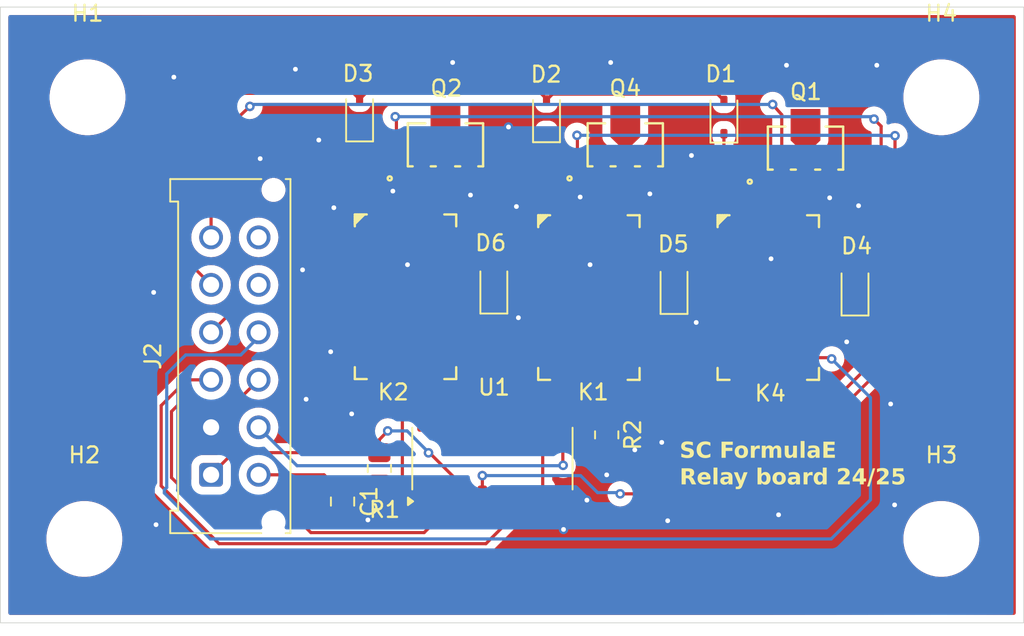
<source format=kicad_pcb>
(kicad_pcb (version 20240108) (generator "pcbnew") (generator_version "8.0")
  (layers (0 "F.Cu" signal) (31 "B.Cu" signal) (34 "B.Paste" user) (35 "F.Paste" user) (36 "B.SilkS" user "B.Silkscreen") (37 "F.SilkS" user "F.Silkscreen") (38 "B.Mask" user) (39 "F.Mask" user) (44 "Edge.Cuts" user))
  (net 0 "")
  (net 1 "BMS Fault")
  (net 2 "+12V")
  (net 3 "IMD Fault")
  (net 4 "Net-(D1-K)")
  (net 5 "Reset")
  (net 6 "Net-(D2-K)")
  (net 7 "Net-(D3-K)")
  (net 8 "GND")
  (net 9 "SDC 2")
  (net 10 "SDC 1")
  (net 11 "BSPD Fault")
  (net 12 "IMD_indicator")
  (net 13 "BMS_indicator")
  (net 14 "Net-(K1-Pad6)")
  (net 15 "Net-(K1-Pad5)")
  (net 16 "/Drain_IMD")
  (net 17 "/Drain_BMS")
  (net 18 "/Drain_BSPD")
  (net 21 "/BMS_relay_drive")
  (net 22 "/IMD_relay_drive")
  (footprint "VN3205N8-G:TO-243AA_MCH" (layer "F.Cu") (at 143.1465 87.7012)
    (property "Reference" "Q2" (at 0.0535 -3.5762 0) (layer "F.SilkS"))
    (property "Value" "VN3205N3-G")
    (fp_poly (pts (xy -0.24 1.2319) (xy -0.24 0.1905) (xy -0.9404 -0.4845) (xy -0.9404 -2.4765) (xy -0.4829 -2.4765) (xy 0.4829 -2.4765) (xy 0.9404 -2.4765) (xy 0.9404 -0.4845) (xy 0.24 0.1905) (xy 0.24 1.2319)) (fill solid) (layer "F.Cu"))
    (fp_line (start -2.3749 -1.3589) (end -2.3749 1.3589) (stroke (width 0.1524)) (layer "F.SilkS"))
    (fp_line (start -2.3749 1.3589) (end -2.07274 1.3589) (stroke (width 0.1524)) (layer "F.SilkS"))
    (fp_line (start -1.27314 -1.3589) (end -2.3749 -1.3589) (stroke (width 0.1524)) (layer "F.SilkS"))
    (fp_line (start -0.92726 1.3589) (end -0.61274 1.3589) (stroke (width 0.1524)) (layer "F.SilkS"))
    (fp_line (start 0.61274 1.3589) (end 0.927259 1.3589) (stroke (width 0.1524)) (layer "F.SilkS"))
    (fp_line (start 2.07274 1.3589) (end 2.3749 1.3589) (stroke (width 0.1524)) (layer "F.SilkS"))
    (fp_line (start 2.3749 -1.3589) (end 1.27314 -1.3589) (stroke (width 0.1524)) (layer "F.SilkS"))
    (fp_line (start 2.3749 1.3589) (end 2.3749 -1.3589) (stroke (width 0.1524)) (layer "F.SilkS"))
    (fp_circle (center -3.5179 2.1209) (end -3.3909 2.1209) (stroke (width 0.1524)) (fill none) (layer "F.SilkS"))
    (pad "1" smd rect (at -1.5 1.6225) (size 0.48 1.4032) (layers "F.Cu" "F.Paste" "F.Mask") (net 21 "/BMS_relay_drive"))
    (pad "2" smd rect (at 0 1.622501) (size 0.56 1.9) (layers "F.Cu" "F.Paste" "F.Mask") (net 17 "/Drain_BMS"))
    (pad "3" smd rect (at 1.5 1.622501) (size 0.48 1.4032) (layers "F.Cu" "F.Paste" "F.Mask") (net 8 "GND"))
  )
  (footprint "Diode_SMD:D_SOD-323" (layer "F.Cu") (at 146.2 96.75 90)
    (property "Reference" "D6" (at 2.85 -0.2 0) (layer "F.SilkS"))
    (property "Value" "1N4148WX-TP")
    (fp_line (start -1.61 -0.85) (end 1.05 -0.85) (stroke (width 0.12)) (layer "F.SilkS"))
    (fp_line (start -1.61 -0.85) (end -1.61 0.85) (stroke (width 0.12)) (layer "F.SilkS"))
    (fp_line (start -1.61 0.85) (end 1.05 0.85) (stroke (width 0.12)) (layer "F.SilkS"))
    (pad "1" smd roundrect (at -1.05 0 90) (size 0.6 0.45) (layers "F.Cu" "F.Paste" "F.Mask") (net 7 "Net-(D3-K)"))
    (pad "2" smd roundrect (at 1.05 0 90) (size 0.6 0.45) (layers "F.Cu" "F.Paste" "F.Mask") (net 17 "/Drain_BMS"))
  )
  (footprint "Diode_SMD:D_SOD-323" (layer "F.Cu") (at 149.525 85.925 90)
    (property "Reference" "D2" (at 2.675 -0.025 0) (layer "F.SilkS"))
    (property "Value" "1N4148WX-TP")
    (fp_line (start -1.61 -0.85) (end 1.05 -0.85) (stroke (width 0.12)) (layer "F.SilkS"))
    (fp_line (start -1.61 -0.85) (end -1.61 0.85) (stroke (width 0.12)) (layer "F.SilkS"))
    (fp_line (start -1.61 0.85) (end 1.05 0.85) (stroke (width 0.12)) (layer "F.SilkS"))
    (pad "1" smd roundrect (at -1.05 0 90) (size 0.6 0.45) (layers "F.Cu" "F.Paste" "F.Mask") (net 6 "Net-(D2-K)"))
    (pad "2" smd roundrect (at 1.05 0 90) (size 0.6 0.45) (layers "F.Cu" "F.Paste" "F.Mask") (net 5 "Reset"))
  )
  (footprint "Relay_SMD:Relay_DPDT_AXICOM_IMSeries_JLeg" (layer "F.Cu") (at 140.625 97.3)
    (property "Reference" "K2" (at -0.775 6.025 0) (layer "F.SilkS"))
    (property "Value" "1462043-4")
    (fp_line (start -3.2 -5.2) (end -3.2 -4.45) (stroke (width 0.15)) (layer "F.SilkS"))
    (fp_line (start -3.2 4.45) (end -3.2 5.2) (stroke (width 0.15)) (layer "F.SilkS"))
    (fp_line (start -3.2 5.2) (end -2.45 5.2) (stroke (width 0.15)) (layer "F.SilkS"))
    (fp_line (start -3.05 -5.2) (end -3.2 -5.05) (stroke (width 0.15)) (layer "F.SilkS"))
    (fp_line (start -2.9 -5.2) (end -3.2 -4.9) (stroke (width 0.15)) (layer "F.SilkS"))
    (fp_line (start -2.75 -5.2) (end -3.2 -4.75) (stroke (width 0.15)) (layer "F.SilkS"))
    (fp_line (start -2.6 -5.2) (end -3.2 -4.6) (stroke (width 0.15)) (layer "F.SilkS"))
    (fp_line (start -2.45 -5.2) (end -3.2 -5.2) (stroke (width 0.15)) (layer "F.SilkS"))
    (fp_line (start 2.45 -5.2) (end 3.2 -5.2) (stroke (width 0.15)) (layer "F.SilkS"))
    (fp_line (start 2.45 5.2) (end 3.2 5.2) (stroke (width 0.15)) (layer "F.SilkS"))
    (fp_line (start 3.2 -5.2) (end 3.2 -4.45) (stroke (width 0.15)) (layer "F.SilkS"))
    (fp_line (start 3.2 4.45) (end 3.2 5.2) (stroke (width 0.15)) (layer "F.SilkS"))
    (pad "1" smd rect (at -2.2 -3.8) (size 2 0.7) (layers "F.Cu" "F.Paste" "F.Mask") (net 7 "Net-(D3-K)"))
    (pad "2" smd rect (at -2.2 -0.6) (size 2 0.7) (layers "F.Cu" "F.Paste" "F.Mask"))
    (pad "3" smd rect (at -2.2 1.6) (size 2 0.7) (layers "F.Cu" "F.Paste" "F.Mask") (net 7 "Net-(D3-K)"))
    (pad "4" smd rect (at -2.2 3.8) (size 2 0.7) (layers "F.Cu" "F.Paste" "F.Mask") (net 2 "+12V"))
    (pad "5" smd rect (at 2.2 3.8) (size 2 0.7) (layers "F.Cu" "F.Paste" "F.Mask") (net 14 "Net-(K1-Pad6)"))
    (pad "6" smd rect (at 2.2 1.6) (size 2 0.7) (layers "F.Cu" "F.Paste" "F.Mask") (net 9 "SDC 2"))
    (pad "7" smd rect (at 2.2 -0.6) (size 2 0.7) (layers "F.Cu" "F.Paste" "F.Mask"))
    (pad "8" smd rect (at 2.2 -3.8) (size 2 0.7) (layers "F.Cu" "F.Paste" "F.Mask") (net 17 "/Drain_BMS"))
  )
  (footprint "MountingHole:MountingHole_4.3mm_M4" (layer "F.Cu") (at 120.55 84.7)
    (property "Reference" "H1" (at 0 -5.3 0) (layer "F.SilkS"))
    (property "Value" "MountingHole")
    (pad "" np_thru_hole circle (at 0 0) (size 4.3 4.3) (drill 4.3) (layers "*.Cu" "*.Mask"))
  )
  (footprint "VN3205N8-G:TO-243AA_MCH" (layer "F.Cu") (at 165.875 87.9091)
    (property "Reference" "Q1" (at 0.025 -3.5591 0) (layer "F.SilkS"))
    (property "Value" "VN3205N3-G")
    (fp_poly (pts (xy -0.24 1.2319) (xy -0.24 0.1905) (xy -0.9404 -0.4845) (xy -0.9404 -2.4765) (xy -0.4829 -2.4765) (xy 0.4829 -2.4765) (xy 0.9404 -2.4765) (xy 0.9404 -0.4845) (xy 0.24 0.1905) (xy 0.24 1.2319)) (fill solid) (layer "F.Cu"))
    (fp_line (start -2.3749 -1.3589) (end -2.3749 1.3589) (stroke (width 0.1524)) (layer "F.SilkS"))
    (fp_line (start -2.3749 1.3589) (end -2.07274 1.3589) (stroke (width 0.1524)) (layer "F.SilkS"))
    (fp_line (start -1.27314 -1.3589) (end -2.3749 -1.3589) (stroke (width 0.1524)) (layer "F.SilkS"))
    (fp_line (start -0.92726 1.3589) (end -0.61274 1.3589) (stroke (width 0.1524)) (layer "F.SilkS"))
    (fp_line (start 0.61274 1.3589) (end 0.927259 1.3589) (stroke (width 0.1524)) (layer "F.SilkS"))
    (fp_line (start 2.07274 1.3589) (end 2.3749 1.3589) (stroke (width 0.1524)) (layer "F.SilkS"))
    (fp_line (start 2.3749 -1.3589) (end 1.27314 -1.3589) (stroke (width 0.1524)) (layer "F.SilkS"))
    (fp_line (start 2.3749 1.3589) (end 2.3749 -1.3589) (stroke (width 0.1524)) (layer "F.SilkS"))
    (fp_circle (center -3.5179 2.1209) (end -3.3909 2.1209) (stroke (width 0.1524)) (fill none) (layer "F.SilkS"))
    (pad "1" smd rect (at -1.5 1.6225) (size 0.48 1.4032) (layers "F.Cu" "F.Paste" "F.Mask") (net 11 "BSPD Fault"))
    (pad "2" smd rect (at 0 1.622501) (size 0.56 1.9) (layers "F.Cu" "F.Paste" "F.Mask") (net 18 "/Drain_BSPD"))
    (pad "3" smd rect (at 1.5 1.622501) (size 0.48 1.4032) (layers "F.Cu" "F.Paste" "F.Mask") (net 8 "GND"))
  )
  (footprint "Diode_SMD:D_SOD-323" (layer "F.Cu") (at 160.725 85.95 90)
    (property "Reference" "D1" (at 2.725 -0.2 0) (layer "F.SilkS"))
    (property "Value" "1N4148WX-TP")
    (fp_line (start -1.61 -0.85) (end 1.05 -0.85) (stroke (width 0.12)) (layer "F.SilkS"))
    (fp_line (start -1.61 -0.85) (end -1.61 0.85) (stroke (width 0.12)) (layer "F.SilkS"))
    (fp_line (start -1.61 0.85) (end 1.05 0.85) (stroke (width 0.12)) (layer "F.SilkS"))
    (pad "1" smd roundrect (at -1.05 0 90) (size 0.6 0.45) (layers "F.Cu" "F.Paste" "F.Mask") (net 4 "Net-(D1-K)"))
    (pad "2" smd roundrect (at 1.05 0 90) (size 0.6 0.45) (layers "F.Cu" "F.Paste" "F.Mask") (net 5 "Reset"))
  )
  (footprint "VN3205N8-G:TO-243AA_MCH" (layer "F.Cu") (at 154.4965 87.7012)
    (property "Reference" "Q4" (at 0 -3.5762 0) (layer "F.SilkS"))
    (property "Value" "VN3205N3-G")
    (fp_poly (pts (xy -0.24 1.2319) (xy -0.24 0.1905) (xy -0.9404 -0.4845) (xy -0.9404 -2.4765) (xy -0.4829 -2.4765) (xy 0.4829 -2.4765) (xy 0.9404 -2.4765) (xy 0.9404 -0.4845) (xy 0.24 0.1905) (xy 0.24 1.2319)) (fill solid) (layer "F.Cu"))
    (fp_line (start -2.3749 -1.3589) (end -2.3749 1.3589) (stroke (width 0.1524)) (layer "F.SilkS"))
    (fp_line (start -2.3749 1.3589) (end -2.07274 1.3589) (stroke (width 0.1524)) (layer "F.SilkS"))
    (fp_line (start -1.27314 -1.3589) (end -2.3749 -1.3589) (stroke (width 0.1524)) (layer "F.SilkS"))
    (fp_line (start -0.92726 1.3589) (end -0.61274 1.3589) (stroke (width 0.1524)) (layer "F.SilkS"))
    (fp_line (start 0.61274 1.3589) (end 0.927259 1.3589) (stroke (width 0.1524)) (layer "F.SilkS"))
    (fp_line (start 2.07274 1.3589) (end 2.3749 1.3589) (stroke (width 0.1524)) (layer "F.SilkS"))
    (fp_line (start 2.3749 -1.3589) (end 1.27314 -1.3589) (stroke (width 0.1524)) (layer "F.SilkS"))
    (fp_line (start 2.3749 1.3589) (end 2.3749 -1.3589) (stroke (width 0.1524)) (layer "F.SilkS"))
    (fp_circle (center -3.5179 2.1209) (end -3.3909 2.1209) (stroke (width 0.1524)) (fill none) (layer "F.SilkS"))
    (pad "1" smd rect (at -1.5 1.6225) (size 0.48 1.4032) (layers "F.Cu" "F.Paste" "F.Mask") (net 22 "/IMD_relay_drive"))
    (pad "2" smd rect (at 0 1.622501) (size 0.56 1.9) (layers "F.Cu" "F.Paste" "F.Mask") (net 16 "/Drain_IMD"))
    (pad "3" smd rect (at 1.5 1.622501) (size 0.48 1.4032) (layers "F.Cu" "F.Paste" "F.Mask") (net 8 "GND"))
  )
  (footprint "Resistor_SMD:R_0805_2012Metric_Pad1.20x1.40mm_HandSolder" (layer "F.Cu") (at 153.325 106.025 -90)
    (property "Reference" "R2" (at 0 -1.65 90) (layer "F.SilkS"))
    (property "Value" "10k")
    (fp_line (start -0.227064 0.735) (end 0.227064 0.735) (stroke (width 0.12)) (layer "F.SilkS"))
    (fp_line (start -0.227064 -0.735) (end 0.227064 -0.735) (stroke (width 0.12)) (layer "F.SilkS"))
    (pad "1" smd roundrect (at -1 0 270) (size 1.2 1.4) (layers "F.Cu" "F.Paste" "F.Mask") (roundrect_rratio 0.208333) (net 1 "BMS Fault"))
    (pad "2" smd roundrect (at 1 0 270) (size 1.2 1.4) (layers "F.Cu" "F.Paste" "F.Mask") (roundrect_rratio 0.208333) (net 8 "GND"))
  )
  (footprint "Relay_SMD:Relay_DPDT_AXICOM_IMSeries_JLeg" (layer "F.Cu") (at 163.525 97.35)
    (property "Reference" "K4" (at 0.125 6.05 0) (layer "F.SilkS"))
    (property "Value" "1462043-4")
    (fp_line (start -3.2 -5.2) (end -3.2 -4.45) (stroke (width 0.15)) (layer "F.SilkS"))
    (fp_line (start -3.2 4.45) (end -3.2 5.2) (stroke (width 0.15)) (layer "F.SilkS"))
    (fp_line (start -3.2 5.2) (end -2.45 5.2) (stroke (width 0.15)) (layer "F.SilkS"))
    (fp_line (start -3.05 -5.2) (end -3.2 -5.05) (stroke (width 0.15)) (layer "F.SilkS"))
    (fp_line (start -2.9 -5.2) (end -3.2 -4.9) (stroke (width 0.15)) (layer "F.SilkS"))
    (fp_line (start -2.75 -5.2) (end -3.2 -4.75) (stroke (width 0.15)) (layer "F.SilkS"))
    (fp_line (start -2.6 -5.2) (end -3.2 -4.6) (stroke (width 0.15)) (layer "F.SilkS"))
    (fp_line (start -2.45 -5.2) (end -3.2 -5.2) (stroke (width 0.15)) (layer "F.SilkS"))
    (fp_line (start 2.45 -5.2) (end 3.2 -5.2) (stroke (width 0.15)) (layer "F.SilkS"))
    (fp_line (start 2.45 5.2) (end 3.2 5.2) (stroke (width 0.15)) (layer "F.SilkS"))
    (fp_line (start 3.2 -5.2) (end 3.2 -4.45) (stroke (width 0.15)) (layer "F.SilkS"))
    (fp_line (start 3.2 4.45) (end 3.2 5.2) (stroke (width 0.15)) (layer "F.SilkS"))
    (pad "1" smd rect (at -2.2 -3.8) (size 2 0.7) (layers "F.Cu" "F.Paste" "F.Mask") (net 4 "Net-(D1-K)"))
    (pad "2" smd rect (at -2.2 -0.6) (size 2 0.7) (layers "F.Cu" "F.Paste" "F.Mask"))
    (pad "3" smd rect (at -2.2 1.6) (size 2 0.7) (layers "F.Cu" "F.Paste" "F.Mask") (net 4 "Net-(D1-K)"))
    (pad "4" smd rect (at -2.2 3.8) (size 2 0.7) (layers "F.Cu" "F.Paste" "F.Mask") (net 2 "+12V"))
    (pad "5" smd rect (at 2.2 3.8) (size 2 0.7) (layers "F.Cu" "F.Paste" "F.Mask") (net 10 "SDC 1"))
    (pad "6" smd rect (at 2.2 1.6) (size 2 0.7) (layers "F.Cu" "F.Paste" "F.Mask") (net 15 "Net-(K1-Pad5)"))
    (pad "7" smd rect (at 2.2 -0.6) (size 2 0.7) (layers "F.Cu" "F.Paste" "F.Mask"))
    (pad "8" smd rect (at 2.2 -3.8) (size 2 0.7) (layers "F.Cu" "F.Paste" "F.Mask") (net 18 "/Drain_BSPD"))
  )
  (footprint "Package_SO:SO-16_3.9x9.9mm_P1.27mm" (layer "F.Cu") (at 146.11 107.525 90)
    (property "Reference" "U1" (at 4.5 0.1 0) (layer "F.SilkS"))
    (property "Value" "HEF4049B")
    (fp_line (start 0 -5.06) (end 1.95 -5.06) (stroke (width 0.12)) (layer "F.SilkS"))
    (fp_line (start 0 -5.06) (end -1.95 -5.06) (stroke (width 0.12)) (layer "F.SilkS"))
    (fp_line (start 0 5.06) (end 1.95 5.06) (stroke (width 0.12)) (layer "F.SilkS"))
    (fp_line (start 0 5.06) (end -1.95 5.06) (stroke (width 0.12)) (layer "F.SilkS"))
    (fp_poly (pts (xy -2.7 -5.005) (xy -2.94 -5.335) (xy -2.46 -5.335) (xy -2.7 -5.005)) (stroke (width 0.12)) (fill solid) (layer "F.SilkS"))
    (pad "1" smd roundrect (at -2.575 -4.445 90) (size 1.75 0.6) (layers "F.Cu" "F.Paste" "F.Mask") (net 2 "+12V"))
    (pad "2" smd roundrect (at -2.575 -3.175 90) (size 1.75 0.6) (layers "F.Cu" "F.Paste" "F.Mask") (net 12 "IMD_indicator"))
    (pad "3" smd roundrect (at -2.575 -1.905 90) (size 1.75 0.6) (layers "F.Cu" "F.Paste" "F.Mask") (net 3 "IMD Fault"))
    (pad "4" smd roundrect (at -2.575 -0.635 90) (size 1.75 0.6) (layers "F.Cu" "F.Paste" "F.Mask") (net 22 "/IMD_relay_drive"))
    (pad "5" smd roundrect (at -2.575 0.635 90) (size 1.75 0.6) (layers "F.Cu" "F.Paste" "F.Mask") (net 12 "IMD_indicator"))
    (pad "6" smd roundrect (at -2.575 1.905 90) (size 1.75 0.6) (layers "F.Cu" "F.Paste" "F.Mask") (net 13 "BMS_indicator"))
    (pad "7" smd roundrect (at -2.575 3.175 90) (size 1.75 0.6) (layers "F.Cu" "F.Paste" "F.Mask") (net 21 "/BMS_relay_drive"))
    (pad "8" smd roundrect (at -2.575 4.445 90) (size 1.75 0.6) (layers "F.Cu" "F.Paste" "F.Mask") (net 8 "GND"))
    (pad "9" smd roundrect (at 2.575 4.445 90) (size 1.75 0.6) (layers "F.Cu" "F.Paste" "F.Mask") (net 1 "BMS Fault"))
    (pad "10" smd roundrect (at 2.575 3.175 90) (size 1.75 0.6) (layers "F.Cu" "F.Paste" "F.Mask") (net 21 "/BMS_relay_drive"))
    (pad "11" smd roundrect (at 2.575 1.905 90) (size 1.75 0.6) (layers "F.Cu" "F.Paste" "F.Mask"))
    (pad "12" smd roundrect (at 2.575 0.635 90) (size 1.75 0.6) (layers "F.Cu" "F.Paste" "F.Mask"))
    (pad "13" smd roundrect (at 2.575 -0.635 90) (size 1.75 0.6) (layers "F.Cu" "F.Paste" "F.Mask"))
    (pad "14" smd roundrect (at 2.575 -1.905 90) (size 1.75 0.6) (layers "F.Cu" "F.Paste" "F.Mask"))
    (pad "15" smd roundrect (at 2.575 -3.175 90) (size 1.75 0.6) (layers "F.Cu" "F.Paste" "F.Mask"))
    (pad "16" smd roundrect (at 2.575 -4.445 90) (size 1.75 0.6) (layers "F.Cu" "F.Paste" "F.Mask"))
  )
  (footprint "Diode_SMD:D_SOD-323" (layer "F.Cu") (at 137.725 85.875 90)
    (property "Reference" "D3" (at 2.675 -0.1 0) (layer "F.SilkS"))
    (property "Value" "1N4148WX-TP")
    (fp_line (start -1.61 -0.85) (end 1.05 -0.85) (stroke (width 0.12)) (layer "F.SilkS"))
    (fp_line (start -1.61 -0.85) (end -1.61 0.85) (stroke (width 0.12)) (layer "F.SilkS"))
    (fp_line (start -1.61 0.85) (end 1.05 0.85) (stroke (width 0.12)) (layer "F.SilkS"))
    (pad "1" smd roundrect (at -1.05 0 90) (size 0.6 0.45) (layers "F.Cu" "F.Paste" "F.Mask") (net 7 "Net-(D3-K)"))
    (pad "2" smd roundrect (at 1.05 0 90) (size 0.6 0.45) (layers "F.Cu" "F.Paste" "F.Mask") (net 5 "Reset"))
  )
  (footprint "Diode_SMD:D_SOD-323" (layer "F.Cu") (at 169 96.875 90)
    (property "Reference" "D4" (at 2.775 0.1 0) (layer "F.SilkS"))
    (property "Value" "1N4148WX-TP")
    (fp_line (start -1.61 -0.85) (end 1.05 -0.85) (stroke (width 0.12)) (layer "F.SilkS"))
    (fp_line (start -1.61 -0.85) (end -1.61 0.85) (stroke (width 0.12)) (layer "F.SilkS"))
    (fp_line (start -1.61 0.85) (end 1.05 0.85) (stroke (width 0.12)) (layer "F.SilkS"))
    (pad "1" smd roundrect (at -1.05 0 90) (size 0.6 0.45) (layers "F.Cu" "F.Paste" "F.Mask") (net 4 "Net-(D1-K)"))
    (pad "2" smd roundrect (at 1.05 0 90) (size 0.6 0.45) (layers "F.Cu" "F.Paste" "F.Mask") (net 18 "/Drain_BSPD"))
  )
  (footprint "MountingHole:MountingHole_4.3mm_M4" (layer "F.Cu") (at 174.45 112.6)
    (property "Reference" "H3" (at 0 -5.3 0) (layer "F.SilkS"))
    (property "Value" "MountingHole")
    (pad "" np_thru_hole circle (at 0 0) (size 4.3 4.3) (drill 4.3) (layers "*.Cu" "*.Mask"))
  )
  (footprint "Connector_Molex:Molex_Micro-Fit_3.0_43045-1212_2x06_P3.00mm_Vertical" (layer "F.Cu") (at 128.35 108.55 90)
    (property "Reference" "J2" (at 7.5 -3.67 -90) (layer "F.SilkS"))
    (property "Value" "043045-1212")
    (fp_line (start 18.685 -2.58) (end 18.685 3.17) (stroke (width 0.12)) (layer "F.SilkS"))
    (fp_line (start 17.265 -2.58) (end 18.685 -2.58) (stroke (width 0.12)) (layer "F.SilkS"))
    (fp_line (start -2.265 -2.58) (end -2.265 -2.08) (stroke (width 0.12)) (layer "F.SilkS"))
    (fp_line (start -3.685 -2.58) (end -2.265 -2.58) (stroke (width 0.12)) (layer "F.SilkS"))
    (fp_line (start 17.265 -2.08) (end 17.265 -2.58) (stroke (width 0.12)) (layer "F.SilkS"))
    (fp_line (start -2.265 -2.08) (end 17.265 -2.08) (stroke (width 0.12)) (layer "F.SilkS"))
    (fp_line (start -3.685 3.17) (end -3.685 -2.58) (stroke (width 0.12)) (layer "F.SilkS"))
    (fp_line (start -3.685 4.71) (end -3.685 5.01) (stroke (width 0.12)) (layer "F.SilkS"))
    (fp_line (start 18.685 5.01) (end 18.685 4.71) (stroke (width 0.12)) (layer "F.SilkS"))
    (fp_line (start -3.685 5.01) (end 18.685 5.01) (stroke (width 0.12)) (layer "F.SilkS"))
    (pad "" np_thru_hole circle (at -3 3.94 90) (size 1.02 1.02) (drill 1.02) (layers "*.Cu" "*.Mask"))
    (pad "" np_thru_hole circle (at 18 3.94 90) (size 1.02 1.02) (drill 1.02) (layers "*.Cu" "*.Mask"))
    (pad "1" thru_hole roundrect (at 0 0 90) (size 1.5 1.5) (drill 1.02) (layers "*.Cu" "*.Mask") (roundrect_rratio 0.166667) (net 3 "IMD Fault"))
    (pad "2" thru_hole circle (at 3 0 90) (size 1.5 1.5) (drill 1.02) (layers "*.Cu" "*.Mask") (net 8 "GND"))
    (pad "3" thru_hole circle (at 6 0 90) (size 1.5 1.5) (drill 1.02) (layers "*.Cu" "*.Mask") (net 13 "BMS_indicator"))
    (pad "4" thru_hole circle (at 9 0 90) (size 1.5 1.5) (drill 1.02) (layers "*.Cu" "*.Mask") (net 9 "SDC 2"))
    (pad "5" thru_hole circle (at 12 0 90) (size 1.5 1.5) (drill 1.02) (layers "*.Cu" "*.Mask") (net 5 "Reset"))
    (pad "6" thru_hole circle (at 15 0 90) (size 1.5 1.5) (drill 1.02) (layers "*.Cu" "*.Mask") (net 11 "BSPD Fault"))
    (pad "7" thru_hole circle (at 0 3 90) (size 1.5 1.5) (drill 1.02) (layers "*.Cu" "*.Mask") (net 2 "+12V"))
    (pad "8" thru_hole circle (at 3 3 90) (size 1.5 1.5) (drill 1.02) (layers "*.Cu" "*.Mask") (net 1 "BMS Fault"))
    (pad "9" thru_hole circle (at 6 3 90) (size 1.5 1.5) (drill 1.02) (layers "*.Cu" "*.Mask") (net 12 "IMD_indicator"))
    (pad "10" thru_hole circle (at 9 3 90) (size 1.5 1.5) (drill 1.02) (layers "*.Cu" "*.Mask") (net 10 "SDC 1"))
    (pad "11" thru_hole circle (at 12 3 90) (size 1.5 1.5) (drill 1.02) (layers "*.Cu" "*.Mask"))
    (pad "12" thru_hole circle (at 15 3 90) (size 1.5 1.5) (drill 1.02) (layers "*.Cu" "*.Mask"))
  )
  (footprint "MountingHole:MountingHole_4.3mm_M4" (layer "F.Cu") (at 174.45 84.7)
    (property "Reference" "H4" (at 0 -5.3 0) (layer "F.SilkS"))
    (property "Value" "MountingHole")
    (pad "" np_thru_hole circle (at 0 0) (size 4.3 4.3) (drill 4.3) (layers "*.Cu" "*.Mask"))
  )
  (footprint "MountingHole:MountingHole_4.3mm_M4" (layer "F.Cu") (at 120.35 112.6)
    (property "Reference" "H2" (at 0 -5.3 0) (layer "F.SilkS"))
    (property "Value" "MountingHole")
    (pad "" np_thru_hole circle (at 0 0) (size 4.3 4.3) (drill 4.3) (layers "*.Cu" "*.Mask"))
  )
  (footprint "Diode_SMD:D_SOD-323" (layer "F.Cu") (at 157.575 96.775 90)
    (property "Reference" "D5" (at 2.8 -0.05 0) (layer "F.SilkS"))
    (property "Value" "1N4148WX-TP")
    (fp_line (start -1.61 -0.85) (end 1.05 -0.85) (stroke (width 0.12)) (layer "F.SilkS"))
    (fp_line (start -1.61 -0.85) (end -1.61 0.85) (stroke (width 0.12)) (layer "F.SilkS"))
    (fp_line (start -1.61 0.85) (end 1.05 0.85) (stroke (width 0.12)) (layer "F.SilkS"))
    (pad "1" smd roundrect (at -1.05 0 90) (size 0.6 0.45) (layers "F.Cu" "F.Paste" "F.Mask") (net 6 "Net-(D2-K)"))
    (pad "2" smd roundrect (at 1.05 0 90) (size 0.6 0.45) (layers "F.Cu" "F.Paste" "F.Mask") (net 16 "/Drain_IMD"))
  )
  (footprint "Capacitor_SMD:C_0805_2012Metric_Pad1.18x1.45mm_HandSolder" (layer "F.Cu") (at 136.65 110.2375 -90)
    (property "Reference" "C1" (at 0 -1.68 -90) (layer "F.SilkS"))
    (property "Value" "1uF")
    (fp_line (start -0.261252 0.735) (end 0.261252 0.735) (stroke (width 0.12)) (layer "F.SilkS"))
    (fp_line (start -0.261252 -0.735) (end 0.261252 -0.735) (stroke (width 0.12)) (layer "F.SilkS"))
    (pad "1" smd roundrect (at -1.0375 0 270) (size 1.175 1.45) (layers "F.Cu" "F.Paste" "F.Mask") (roundrect_rratio 0.212766) (net 2 "+12V"))
    (pad "2" smd roundrect (at 1.0375 0 270) (size 1.175 1.45) (layers "F.Cu" "F.Paste" "F.Mask") (roundrect_rratio 0.212766) (net 8 "GND"))
  )
  (footprint "Relay_SMD:Relay_DPDT_AXICOM_IMSeries_JLeg" (layer "F.Cu") (at 152.2 97.35)
    (property "Reference" "K1" (at 0.275 5.975 0) (layer "F.SilkS"))
    (property "Value" "1462043-4")
    (fp_line (start -3.2 -5.2) (end -3.2 -4.45) (stroke (width 0.15)) (layer "F.SilkS"))
    (fp_line (start -3.2 4.45) (end -3.2 5.2) (stroke (width 0.15)) (layer "F.SilkS"))
    (fp_line (start -3.2 5.2) (end -2.45 5.2) (stroke (width 0.15)) (layer "F.SilkS"))
    (fp_line (start -3.05 -5.2) (end -3.2 -5.05) (stroke (width 0.15)) (layer "F.SilkS"))
    (fp_line (start -2.9 -5.2) (end -3.2 -4.9) (stroke (width 0.15)) (layer "F.SilkS"))
    (fp_line (start -2.75 -5.2) (end -3.2 -4.75) (stroke (width 0.15)) (layer "F.SilkS"))
    (fp_line (start -2.6 -5.2) (end -3.2 -4.6) (stroke (width 0.15)) (layer "F.SilkS"))
    (fp_line (start -2.45 -5.2) (end -3.2 -5.2) (stroke (width 0.15)) (layer "F.SilkS"))
    (fp_line (start 2.45 -5.2) (end 3.2 -5.2) (stroke (width 0.15)) (layer "F.SilkS"))
    (fp_line (start 2.45 5.2) (end 3.2 5.2) (stroke (width 0.15)) (layer "F.SilkS"))
    (fp_line (start 3.2 -5.2) (end 3.2 -4.45) (stroke (width 0.15)) (layer "F.SilkS"))
    (fp_line (start 3.2 4.45) (end 3.2 5.2) (stroke (width 0.15)) (layer "F.SilkS"))
    (pad "1" smd rect (at -2.2 -3.8) (size 2 0.7) (layers "F.Cu" "F.Paste" "F.Mask") (net 6 "Net-(D2-K)"))
    (pad "2" smd rect (at -2.2 -0.6) (size 2 0.7) (layers "F.Cu" "F.Paste" "F.Mask"))
    (pad "3" smd rect (at -2.2 1.6) (size 2 0.7) (layers "F.Cu" "F.Paste" "F.Mask") (net 6 "Net-(D2-K)"))
    (pad "4" smd rect (at -2.2 3.8) (size 2 0.7) (layers "F.Cu" "F.Paste" "F.Mask") (net 2 "+12V"))
    (pad "5" smd rect (at 2.2 3.8) (size 2 0.7) (layers "F.Cu" "F.Paste" "F.Mask") (net 15 "Net-(K1-Pad5)"))
    (pad "6" smd rect (at 2.2 1.6) (size 2 0.7) (layers "F.Cu" "F.Paste" "F.Mask") (net 14 "Net-(K1-Pad6)"))
    (pad "7" smd rect (at 2.2 -0.6) (size 2 0.7) (layers "F.Cu" "F.Paste" "F.Mask"))
    (pad "8" smd rect (at 2.2 -3.8) (size 2 0.7) (layers "F.Cu" "F.Paste" "F.Mask") (net 16 "/Drain_IMD"))
  )
  (footprint "Resistor_SMD:R_0805_2012Metric_Pad1.20x1.40mm_HandSolder" (layer "F.Cu") (at 138.975 108.15 -90)
    (property "Reference" "R1" (at 2.6 -0.325 180) (layer "F.SilkS"))
    (property "Value" "10k")
    (fp_line (start -0.227064 0.735) (end 0.227064 0.735) (stroke (width 0.12)) (layer "F.SilkS"))
    (fp_line (start -0.227064 -0.735) (end 0.227064 -0.735) (stroke (width 0.12)) (layer "F.SilkS"))
    (pad "1" smd roundrect (at -1 0 270) (size 1.2 1.4) (layers "F.Cu" "F.Paste" "F.Mask") (roundrect_rratio 0.208333) (net 3 "IMD Fault"))
    (pad "2" smd roundrect (at 1 0 270) (size 1.2 1.4) (layers "F.Cu" "F.Paste" "F.Mask") (roundrect_rratio 0.208333) (net 2 "+12V"))
  )
  (gr_rect (start 115.05 79) (end 179.65 117.9) (stroke (width 0.05)) (fill none) (layer "Edge.Cuts"))
  (gr_text "SC FormulaE\nRelay board 24/25" (at 157.925 109.325 0) (layer "F.SilkS") (effects (font (size 1 1) (thickness 0.2) (bold yes)) (justify left bottom)))
  (segment (start 150.755 105.15) (end 150.555 104.95) (width 0.2) (layer "F.Cu") (net 1))
  (segment (start 153.325 105.025) (end 151.2775 105.025) (width 0.2) (layer "F.Cu") (net 1))
  (segment (start 150.555 104.95) (end 150.555 107.93) (width 0.2) (layer "F.Cu") (net 1))
  (segment (start 150.555 107.93) (end 150.575 107.95) (width 0.2) (layer "F.Cu") (net 1))
  (segment (start 151.2775 105.025) (end 151.2025 104.95) (width 0.2) (layer "F.Cu") (net 1))
  (segment (start 151.2025 104.95) (end 150.555 104.95) (width 0.2) (layer "F.Cu") (net 1))
  (via (at 150.575 107.95) (size 0.6) (drill 0.3) (layers "F.Cu" "B.Cu") (net 1))
  (segment (start 131.35 105.55) (end 133.775 107.975) (width 0.2) (layer "B.Cu") (net 1))
  (segment (start 150.525 107.975) (end 150.5 107.975) (width 0.2) (layer "B.Cu") (net 1))
  (segment (start 150.575 107.95) (end 150.525 107.975) (width 0.2) (layer "B.Cu") (net 1))
  (segment (start 150.475 107.975) (end 150.575 107.95) (width 0.2) (layer "B.Cu") (net 1))
  (segment (start 133.775 107.975) (end 150.475 107.975) (width 0.2) (layer "B.Cu") (net 1))
  (segment (start 149.95 101.15) (end 148 103.1) (width 0.2) (layer "F.Cu") (net 2))
  (segment (start 161.325 101.15) (end 159.275 103.2) (width 0.2) (layer "F.Cu") (net 2))
  (segment (start 136.1325 109.2) (end 136.125 109.1925) (width 0.2) (layer "F.Cu") (net 2))
  (segment (start 140.425 109.15) (end 140.715 109.15) (width 0.2) (layer "F.Cu") (net 2))
  (segment (start 138.975 109.15) (end 140.425 109.15) (width 0.2) (layer "F.Cu") (net 2))
  (segment (start 131.35 108.55) (end 135.4825 108.55) (width 0.2) (layer "F.Cu") (net 2))
  (segment (start 140.715 109.15) (end 141.665 110.1) (width 0.2) (layer "F.Cu") (net 2))
  (segment (start 140.425 109.15) (end 140.425 103.1) (width 0.2) (layer "F.Cu") (net 2))
  (segment (start 159.275 103.2) (end 152.05 103.2) (width 0.2) (layer "F.Cu") (net 2))
  (segment (start 148 103.1) (end 140.425 103.1) (width 0.2) (layer "F.Cu") (net 2))
  (segment (start 137.075 109.2) (end 136.1325 109.2) (width 0.2) (layer "F.Cu") (net 2))
  (segment (start 140.425 103.1) (end 138.425 101.1) (width 0.2) (layer "F.Cu") (net 2))
  (segment (start 138.925 109.2) (end 138.975 109.15) (width 0.2) (layer "F.Cu") (net 2))
  (segment (start 135.4825 108.55) (end 136.125 109.1925) (width 0.2) (layer "F.Cu") (net 2))
  (segment (start 137.075 109.2) (end 138.925 109.2) (width 0.2) (layer "F.Cu") (net 2))
  (segment (start 152.05 103.2) (end 150 101.15) (width 0.2) (layer "F.Cu") (net 2))
  (segment (start 150 101.15) (end 149.95 101.15) (width 0.2) (layer "F.Cu") (net 2))
  (segment (start 144.205 109.225001) (end 144.205 110.1) (width 0.2) (layer "F.Cu") (net 3))
  (segment (start 129.75 107.15) (end 138.975 107.15) (width 0.2) (layer "F.Cu") (net 3))
  (segment (start 138.975 106.325) (end 139.5 105.775) (width 0.2) (layer "F.Cu") (net 3))
  (segment (start 142.075 107.159211) (end 142.13921 107.159211) (width 0.2) (layer "F.Cu") (net 3))
  (segment (start 138.975 107.15) (end 138.975 106.325) (width 0.2) (layer "F.Cu") (net 3))
  (segment (start 128.35 108.55) (end 129.75 107.15) (width 0.2) (layer "F.Cu") (net 3))
  (segment (start 142.13921 107.159211) (end 144.205 109.225001) (width 0.2) (layer "F.Cu") (net 3))
  (via (at 142.075 107.159211) (size 0.6) (drill 0.3) (layers "F.Cu" "B.Cu") (net 3))
  (via (at 139.5 105.775) (size 0.6) (drill 0.3) (layers "F.Cu" "B.Cu") (net 3))
  (segment (start 142.075 107.159211) (end 142.075 107.125) (width 0.2) (layer "B.Cu") (net 3))
  (segment (start 142.075 107.125) (end 140.725 105.775) (width 0.2) (layer "B.Cu") (net 3))
  (segment (start 140.725 105.775) (end 139.5 105.775) (width 0.2) (layer "B.Cu") (net 3))
  (segment (start 160.725 90.575) (end 161.375 91.225) (width 0.2) (layer "F.Cu") (net 4))
  (segment (start 161.375 93.75) (end 159.675 95.45) (width 0.2) (layer "F.Cu") (net 4))
  (segment (start 162.6 97.925) (end 169 97.925) (width 0.2) (layer "F.Cu") (net 4))
  (segment (start 160.725 87) (end 160.725 90.575) (width 0.2) (layer "F.Cu") (net 4))
  (segment (start 159.675 97.55) (end 161.325 99.2) (width 0.2) (layer "F.Cu") (net 4))
  (segment (start 159.675 95.45) (end 159.675 97.55) (width 0.2) (layer "F.Cu") (net 4))
  (segment (start 161.375 91.225) (end 161.375 93.75) (width 0.2) (layer "F.Cu") (net 4))
  (segment (start 161.325 99.2) (end 162.6 97.925) (width 0.2) (layer "F.Cu") (net 4))
  (segment (start 149.525 84.875) (end 149.525 84.8) (width 0.2) (layer "F.Cu") (net 5))
  (segment (start 149.9 84.5) (end 160.325 84.5) (width 0.2) (layer "F.Cu") (net 5))
  (segment (start 138.1 84.45) (end 149.175 84.45) (width 0.2) (layer "F.Cu") (net 5))
  (segment (start 137.35 84.45) (end 137.725 84.825) (width 0.2) (layer "F.Cu") (net 5))
  (segment (start 149.525 84.875) (end 149.9 84.5) (width 0.2) (layer "F.Cu") (net 5))
  (segment (start 128.35 96.55) (end 125.425 93.625) (width 0.2) (layer "F.Cu") (net 5))
  (segment (start 160.325 84.5) (end 160.725 84.9) (width 0.2) (layer "F.Cu") (net 5))
  (segment (start 130.075 84.45) (end 137.35 84.45) (width 0.2) (layer "F.Cu") (net 5))
  (segment (start 149.525 84.8) (end 149.175 84.45) (width 0.2) (layer "F.Cu") (net 5))
  (segment (start 137.725 84.825) (end 138.1 84.45) (width 0.2) (layer "F.Cu") (net 5))
  (segment (start 125.425 93.625) (end 125.425 89.1) (width 0.2) (layer "F.Cu") (net 5))
  (segment (start 125.425 89.1) (end 130.075 84.45) (width 0.2) (layer "F.Cu") (net 5))
  (segment (start 151.125 97.825) (end 150 98.95) (width 0.2) (layer "F.Cu") (net 6))
  (segment (start 149.525 90.725) (end 150 91.2) (width 0.2) (layer "F.Cu") (net 6))
  (segment (start 149.525 86.975) (end 149.525 90.725) (width 0.2) (layer "F.Cu") (net 6))
  (segment (start 148.3 95.25) (end 150 93.55) (width 0.2) (layer "F.Cu") (net 6))
  (segment (start 150 98.95) (end 148.3 97.25) (width 0.2) (layer "F.Cu") (net 6))
  (segment (start 157.575 97.825) (end 151.125 97.825) (width 0.2) (layer "F.Cu") (net 6))
  (segment (start 148.3 97.25) (end 148.3 95.25) (width 0.2) (layer "F.Cu") (net 6))
  (segment (start 150 91.2) (end 150 93.55) (width 0.2) (layer "F.Cu") (net 6))
  (segment (start 138.425 98.9) (end 136.75 97.225) (width 0.2) (layer "F.Cu") (net 7))
  (segment (start 137.725 86.925) (end 137.725 90.625) (width 0.2) (layer "F.Cu") (net 7))
  (segment (start 139.525 97.8) (end 138.425 98.9) (width 0.2) (layer "F.Cu") (net 7))
  (segment (start 136.75 95.175) (end 138.425 93.5) (width 0.2) (layer "F.Cu") (net 7))
  (segment (start 136.75 97.225) (end 136.75 95.175) (width 0.2) (layer "F.Cu") (net 7))
  (segment (start 146.2 97.8) (end 139.525 97.8) (width 0.2) (layer "F.Cu") (net 7))
  (segment (start 137.725 90.625) (end 138.425 91.325) (width 0.2) (layer "F.Cu") (net 7))
  (segment (start 138.425 91.325) (end 138.425 93.5) (width 0.2) (layer "F.Cu") (net 7))
  (segment (start 167.4 91.05) (end 167.35 90.875) (width 0.2) (layer "F.Cu") (net 8))
  (segment (start 155.0725 107.025) (end 155.0225 107.025) (width 0.2) (layer "F.Cu") (net 8))
  (segment (start 153.325 107.025) (end 153.325 108.5525) (width 0.2) (layer "F.Cu") (net 8))
  (segment (start 167.375 90.85) (end 167.4 91.05) (width 0.2) (layer "F.Cu") (net 8))
  (segment (start 150.555 111.945) (end 150.6 111.9) (width 0.2) (layer "F.Cu") (net 8))
  (segment (start 150.6 112) (end 150.5 112) (width 0.2) (layer "F.Cu") (net 8))
  (segment (start 150.555 110.1) (end 151.95 110.1) (width 0.2) (layer "F.Cu") (net 8))
  (segment (start 155.0975 106.975) (end 155.0725 107.025) (width 0.2) (layer "F.Cu") (net 8))
  (segment (start 156 90.55) (end 156.05 90.8) (width 0.2) (layer "F.Cu") (net 8))
  (segment (start 150.6 111.9) (end 150.6 112) (width 0.2) (layer "F.Cu") (net 8))
  (segment (start 153.2 108.6775) (end 153.325 108.5525) (width 0.2) (layer "F.Cu") (net 8))
  (segment (start 138.125 111.275) (end 136.65 111.275) (width 0.2) (layer "F.Cu") (net 8))
  (segment (start 156.05 90.8) (end 156.05 90.6) (width 0.2) (layer "F.Cu") (net 8))
  (segment (start 144.6465 90.5715) (end 144.725 90.875) (width 0.2) (layer "F.Cu") (net 8))
  (segment (start 153.325 107.025) (end 154.9725 107.025) (width 0.2) (layer "F.Cu") (net 8))
  (segment (start 154.9725 107.025) (end 155.0975 106.975) (width 0.2) (layer "F.Cu") (net 8))
  (segment (start 136.125 111.1) (end 136.1 111.125) (width 0.2) (layer "F.Cu") (net 8))
  (segment (start 150.555 110.1) (end 150.555 111.945) (width 0.2) (layer "F.Cu") (net 8))
  (segment (start 144.6465 89.323701) (end 144.6465 90.5715) (width 0.2) (layer "F.Cu") (net 8))
  (segment (start 150.5 112) (end 150.55 111.95) (width 0.2) (layer "F.Cu") (net 8))
  (segment (start 155.9965 89.323701) (end 155.9965 90.5465) (width 0.2) (layer "F.Cu") (net 8))
  (segment (start 152.075 110.15) (end 152.075 110.225) (width 0.2) (layer "F.Cu") (net 8))
  (segment (start 138.25 111.4) (end 138.125 111.275) (width 0.2) (layer "F.Cu") (net 8))
  (segment (start 137.075 111.05) (end 137.15 111.125) (width 0.2) (layer "F.Cu") (net 8))
  (segment (start 151.95 110.1) (end 152 110.15) (width 0.2) (layer "F.Cu") (net 8))
  (segment (start 156.05 90.8) (end 155.9965 90.5465) (width 0.2) (layer "F.Cu") (net 8))
  (segment (start 167.375 89.531601) (end 167.375 90.85) (width 0.2) (layer "F.Cu") (net 8))
  (segment (start 152.075 110.225) (end 151.975 110.125) (width 0.2) (layer "F.Cu") (net 8))
  (segment (start 156.05 90.6) (end 156 90.55) (width 0.2) (layer "F.Cu") (net 8))
  (segment (start 144.725 90.875) (end 144.725 90.65) (width 0.2) (layer "F.Cu") (net 8))
  (segment (start 152 110.15) (end 152.075 110.15) (width 0.2) (layer "F.Cu") (net 8))
  (via (at 144.725 90.875) (size 0.6) (drill 0.3) (layers "F.Cu" "B.Cu") (net 8))
  (via (at 150.6 112) (size 0.6) (drill 0.3) (layers "F.Cu" "B.Cu") (net 8))
  (via (at 151.65 91) (size 0.6) (drill 0.3) (layers "F.Cu" "B.Cu") (net 8))
  (via (at 156.05 90.8) (size 0.6) (drill 0.3) (layers "F.Cu" "B.Cu") (net 8))
  (via (at 152.075 110.15) (size 0.6) (drill 0.3) (layers "F.Cu" "B.Cu") (net 8))
  (via (at 147.625 91.6) (size 0.6) (drill 0.3) (layers "F.Cu" "B.Cu") (net 8))
  (via (at 163.7 94.9) (size 0.6) (drill 0.3) (layers "F.Cu" "B.Cu") (net 8))
  (via (at 133.675 82.925) (size 0.6) (drill 0.3) (layers "F.Cu" "B.Cu") (net 8))
  (via (at 169.225 91.55) (size 0.6) (drill 0.3) (layers "F.Cu" "B.Cu") (net 8))
  (via (at 139.825 90.625) (size 0.6) (drill 0.3) (layers "F.Cu" "B.Cu") (net 8))
  (via (at 171.25 104.075) (size 0.6) (drill 0.3) (layers "F.Cu" "B.Cu") (net 8))
  (via (at 140.75 95.275) (size 0.6) (drill 0.3) (layers "F.Cu" "B.Cu") (net 8))
  (via (at 171.5 110.45) (size 0.6) (drill 0.3) (layers "F.Cu" "B.Cu") (net 8))
  (via (at 134.125 95.6) (size 0.6) (drill 0.3) (layers "F.Cu" "B.Cu") (net 8))
  (via (at 137.225 104.7) (size 0.6) (drill 0.3) (layers "F.Cu" "B.Cu") (net 8))
  (via (at 135.15 87.4) (size 0.6) (drill 0.3) (layers "F.Cu" "B.Cu") (net 8))
  (via (at 157.175 111.45) (size 0.6) (drill 0.3) (layers "F.Cu" "B.Cu") (net 8))
  (via (at 136.1 91.675) (size 0.6) (drill 0.3) (layers "F.Cu" "B.Cu") (net 8))
  (via (at 164.175 111.075) (size 0.6) (drill 0.3) (layers "F.Cu" "B.Cu") (net 8))
  (via (at 134.35 103.775) (size 0.6) (drill 0.3) (layers "F.Cu" "B.Cu") (net 8))
  (via (at 124.875 111.7) (size 0.6) (drill 0.3) (layers "F.Cu" "B.Cu") (net 8))
  (via (at 135.9 100.775) (size 0.6) (drill 0.3) (layers "F.Cu" "B.Cu") (net 8))
  (via (at 138.25 111.4) (size 0.6) (drill 0.3) (layers "F.Cu" "B.Cu") (net 8))
  (via (at 126 83.425) (size 0.6) (drill 0.3) (layers "F.Cu" "B.Cu") (net 8))
  (via (at 167.4 91.05) (size 0.6) (drill 0.3) (layers "F.Cu" "B.Cu") (net 8))
  (via (at 170.375 82.675) (size 0.6) (drill 0.3) (layers "F.Cu" "B.Cu") (net 8))
  (via (at 156.8 106.5) (size 0.6) (drill 0.3) (layers "F.Cu" "B.Cu") (net 8))
  (via (at 155.0975 106.975) (size 0.6) (drill 0.3) (layers "F.Cu" "B.Cu") (net 8))
  (via (at 152.275 95.275) (size 0.6) (drill 0.3) (layers "F.Cu" "B.Cu") (net 8))
  (via (at 147.75 98.625) (size 0.6) (drill 0.3) (layers "F.Cu" "B.Cu") (net 8))
  (via (at 124.725 97.025) (size 0.6) (drill 0.3) (layers "F.Cu" "B.Cu") (net 8))
  (via (at 153.575 82.5) (size 0.6) (drill 0.3) (layers "F.Cu" "B.Cu") (net 8))
  (via (at 147.125 86.575) (size 0.6) (drill 0.3) (layers "F.Cu" "B.Cu") (net 8))
  (via (at 158.975 98.925) (size 0.6) (drill 0.3) (layers "F.Cu" "B.Cu") (net 8))
  (via (at 131.45 88.575) (size 0.6) (drill 0.3) (layers "F.Cu" "B.Cu") (net 8))
  (via (at 168.475 100.15) (size 0.6) (drill 0.3) (layers "F.Cu" "B.Cu") (net 8))
  (via (at 143.6 82.5) (size 0.6) (drill 0.3) (layers "F.Cu" "B.Cu") (net 8))
  (via (at 158.675 88.375) (size 0.6) (drill 0.3) (layers "F.Cu" "B.Cu") (net 8))
  (via (at 164.675 82.675) (size 0.6) (drill 0.3) (layers "F.Cu" "B.Cu") (net 8))
  (via (at 153.325 108.5525) (size 0.6) (drill 0.3) (layers "F.Cu" "B.Cu") (net 8))
  (segment (start 142.1 99.625) (end 137.15 99.625) (width 0.2) (layer "F.Cu") (net 9))
  (segment (start 129.85 98.05) (end 128.35 99.55) (width 0.2) (layer "F.Cu") (net 9))
  (segment (start 137.15 99.625) (end 135.575 98.05) (width 0.2) (layer "F.Cu") (net 9))
  (segment (start 142.825 98.9) (end 142.1 99.625) (width 0.2) (layer "F.Cu") (net 9))
  (segment (start 135.575 98.05) (end 129.85 98.05) (width 0.2) (layer "F.Cu") (net 9))
  (segment (start 167.475 101.225) (end 167.525 101.225) (width 0.2) (layer "F.Cu") (net 10))
  (segment (start 167.525 101.225) (end 167.525 101.275) (width 0.2) (layer "F.Cu") (net 10))
  (segment (start 167.4 101.15) (end 167.475 101.225) (width 0.2) (layer "F.Cu") (net 10))
  (segment (start 165.725 101.15) (end 167.4 101.15) (width 0.2) (layer "F.Cu") (net 10))
  (segment (start 167.525 101.275) (end 167.425 101.175) (width 0.2) (layer "F.Cu") (net 10))
  (via (at 167.525 101.225) (size 0.6) (drill 0.3) (layers "F.Cu" "B.Cu") (net 10))
  (segment (start 125.4 109.7) (end 125.4 109.5) (width 0.2) (layer "B.Cu") (net 10))
  (segment (start 125.55 109.35) (end 125.55 102.175) (width 0.2) (layer "B.Cu") (net 10))
  (segment (start 169.975 110.125) (end 167.5 112.6) (width 0.2) (layer "B.Cu") (net 10))
  (segment (start 126.75 100.975) (end 130.225 100.975) (width 0.2) (layer "B.Cu") (net 10))
  (segment (start 167.525 101.225) (end 169.975 103.675) (width 0.2) (layer "B.Cu") (net 10))
  (segment (start 130.225 100.975) (end 131.35 99.85) (width 0.2) (layer "B.Cu") (net 10))
  (segment (start 128.3 112.6) (end 125.4 109.7) (width 0.2) (layer "B.Cu") (net 10))
  (segment (start 131.35 99.85) (end 131.35 99.55) (width 0.2) (layer "B.Cu") (net 10))
  (segment (start 169.975 103.675) (end 169.975 110.125) (width 0.2) (layer "B.Cu") (net 10))
  (segment (start 167.5 112.6) (end 128.3 112.6) (width 0.2) (layer "B.Cu") (net 10))
  (segment (start 125.55 102.175) (end 126.75 100.975) (width 0.2) (layer "B.Cu") (net 10))
  (segment (start 125.4 109.5) (end 125.55 109.35) (width 0.2) (layer "B.Cu") (net 10))
  (segment (start 128.35 93.55) (end 128.35 87.575) (width 0.2) (layer "F.Cu") (net 11))
  (segment (start 164.375 89.5316) (end 164.375 85.8) (width 0.2) (layer "F.Cu") (net 11))
  (segment (start 128.35 87.575) (end 130.8 85.275) (width 0.2) (layer "F.Cu") (net 11))
  (segment (start 164.375 85.8) (end 163.8 85.15) (width 0.2) (layer "F.Cu") (net 11))
  (via (at 130.8 85.275) (size 0.6) (drill 0.3) (layers "F.Cu" "B.Cu") (net 11))
  (via (at 163.8 85.15) (size 0.6) (drill 0.3) (layers "F.Cu" "B.Cu") (net 11))
  (segment (start 130.925 85.15) (end 130.8 85.275) (width 0.2) (layer "B.Cu") (net 11))
  (segment (start 163.8 85.15) (end 130.925 85.15) (width 0.2) (layer "B.Cu") (net 11))
  (segment (start 129.8 104.1) (end 131.35 102.55) (width 0.2) (layer "F.Cu") (net 12))
  (segment (start 143.55 111.75) (end 146.185 111.75) (width 0.2) (layer "F.Cu") (net 12))
  (segment (start 127.65 110.525) (end 125.85 108.725) (width 0.2) (layer "F.Cu") (net 12))
  (segment (start 125.85 108.725) (end 125.85 104.55) (width 0.2) (layer "F.Cu") (net 12))
  (segment (start 125.85 104.55) (end 126.3 104.1) (width 0.2) (layer "F.Cu") (net 12))
  (segment (start 146.185 111.75) (end 146.745 111.19) (width 0.2) (layer "F.Cu") (net 12))
  (segment (start 132.975 110.525) (end 127.65 110.525) (width 0.2) (layer "F.Cu") (net 12))
  (segment (start 134.65 112.2) (end 132.975 110.525) (width 0.2) (layer "F.Cu") (net 12))
  (segment (start 142.935 110.1) (end 142.935 111.135) (width 0.2) (layer "F.Cu") (net 12))
  (segment (start 141.8 112.2) (end 134.65 112.2) (width 0.2) (layer "F.Cu") (net 12))
  (segment (start 142.935 111.135) (end 143.55 111.75) (width 0.2) (layer "F.Cu") (net 12))
  (segment (start 126.3 104.1) (end 129.8 104.1) (width 0.2) (layer "F.Cu") (net 12))
  (segment (start 142.935 110.1) (end 142.935 111.065) (width 0.2) (layer "F.Cu") (net 12))
  (segment (start 146.745 111.19) (end 146.745 110.1) (width 0.2) (layer "F.Cu") (net 12))
  (segment (start 142.935 111.065) (end 141.8 112.2) (width 0.2) (layer "F.Cu") (net 12))
  (segment (start 145.7 112.9) (end 148.015 110.585) (width 0.2) (layer "F.Cu") (net 13))
  (segment (start 125.2 104.175) (end 125.2 109.25) (width 0.2) (layer "F.Cu") (net 13))
  (segment (start 126.825 102.55) (end 125.2 104.175) (width 0.2) (layer "F.Cu") (net 13))
  (segment (start 128.85 112.9) (end 145.7 112.9) (width 0.2) (layer "F.Cu") (net 13))
  (segment (start 128.35 102.55) (end 126.825 102.55) (width 0.2) (layer "F.Cu") (net 13))
  (segment (start 148.015 110.585) (end 148.015 110.1) (width 0.2) (layer "F.Cu") (net 13))
  (segment (start 125.2 109.25) (end 128.85 112.9) (width 0.2) (layer "F.Cu") (net 13))
  (segment (start 153.4 99.95) (end 143.975 99.95) (width 0.2) (layer "F.Cu") (net 14))
  (segment (start 143.975 99.95) (end 142.825 101.1) (width 0.2) (layer "F.Cu") (net 14))
  (segment (start 154.4 98.95) (end 153.4 99.95) (width 0.2) (layer "F.Cu") (net 14))
  (segment (start 157.075 100.2) (end 156.125 101.15) (width 0.2) (layer "F.Cu") (net 15))
  (segment (start 164.475 100.2) (end 157.075 100.2) (width 0.2) (layer "F.Cu") (net 15))
  (segment (start 156.125 101.15) (end 154.4 101.15) (width 0.2) (layer "F.Cu") (net 15))
  (segment (start 165.725 98.95) (end 164.475 100.2) (width 0.2) (layer "F.Cu") (net 15))
  (segment (start 154.5 89.647501) (end 154.5 93.45) (width 0.2) (layer "F.Cu") (net 16))
  (segment (start 154.4 93.55) (end 156.575 95.725) (width 0.2) (layer "F.Cu") (net 16))
  (segment (start 154.5 93.45) (end 154.4 93.55) (width 0.2) (layer "F.Cu") (net 16))
  (segment (start 156.575 95.725) (end 157.575 95.725) (width 0.2) (layer "F.Cu") (net 16))
  (segment (start 143.175 89.544101) (end 143.175 93.15) (width 0.2) (layer "F.Cu") (net 17))
  (segment (start 145.025 95.7) (end 142.825 93.5) (width 0.2) (layer "F.Cu") (net 17))
  (segment (start 143.175 93.15) (end 142.825 93.5) (width 0.2) (layer "F.Cu") (net 17))
  (segment (start 146.2 95.7) (end 145.025 95.7) (width 0.2) (layer "F.Cu") (net 17))
  (segment (start 167.75 95.825) (end 165.725 93.8) (width 0.2) (layer "F.Cu") (net 18))
  (segment (start 165.875 93.55) (end 165.725 93.7) (width 0.2) (layer "F.Cu") (net 18))
  (segment (start 165.875 89.531601) (end 165.875 93.55) (width 0.2) (layer "F.Cu") (net 18))
  (segment (start 169 95.825) (end 167.75 95.825) (width 0.2) (layer "F.Cu") (net 18))
  (segment (start 149.285 104.64) (end 149.285 104.95) (width 0.2) (layer "F.Cu") (net 21))
  (segment (start 170.2 86.075) (end 170.65 86.525) (width 0.2) (layer "F.Cu") (net 21))
  (segment (start 167.775 103.75) (end 150.175 103.75) (width 0.2) (layer "F.Cu") (net 21))
  (segment (start 170.65 100.875) (end 167.775 103.75) (width 0.2) (layer "F.Cu") (net 21))
  (segment (start 170.65 86.525) (end 170.65 100.875) (width 0.2) (layer "F.Cu") (net 21))
  (segment (start 139.975 85.925) (end 140.05 86) (width 0.2) (layer "F.Cu") (net 21))
  (segment (start 150.175 103.75) (end 149.285 104.64) (width 0.2) (layer "F.Cu") (net 21))
  (segment (start 140.05 86) (end 140.05 88.2) (width 0.2) (layer "F.Cu") (net 21))
  (segment (start 149.285 110.1) (end 149.285 104.95) (width 0.2) (layer "F.Cu") (net 21))
  (segment (start 141.1737 89.3237) (end 141.6465 89.3237) (width 0.2) (layer "F.Cu") (net 21))
  (segment (start 140.05 88.2) (end 141.1737 89.3237) (width 0.2) (layer "F.Cu") (net 21))
  (via (at 139.975 85.925) (size 0.6) (drill 0.3) (layers "F.Cu" "B.Cu") (net 21))
  (via (at 170.2 86.075) (size 0.6) (drill 0.3) (layers "F.Cu" "B.Cu") (net 21))
  (segment (start 170.05 85.925) (end 139.975 85.925) (width 0.2) (layer "B.Cu") (net 21))
  (segment (start 170.2 86.075) (end 170.05 85.925) (width 0.2) (layer "B.Cu") (net 21))
  (segment (start 170.2 86.075) (end 170.275 86) (width 0.2) (layer "B.Cu") (net 21))
  (segment (start 152.9965 89.3237) (end 152.5737 89.3237) (width 0.2) (layer "F.Cu") (net 22))
  (segment (start 156.1 108.775) (end 155.125 109.75) (width 0.2) (layer "F.Cu") (net 22))
  (segment (start 145.475 108.725) (end 145.475 108.725) (width 0.2) (layer "F.Cu") (net 22))
  (segment (start 171.525 100.975) (end 167.9 104.6) (width 0.2) (layer "F.Cu") (net 22))
  (segment (start 151.45 87.1) (end 151.475 87.075) (width 0.2) (layer "F.Cu") (net 22))
  (segment (start 152.5737 89.3237) (end 151.475 88.225) (width 0.2) (layer "F.Cu") (net 22))
  (segment (start 145.475 108.6) (end 145.6 108.6) (width 0.2) (layer "F.Cu") (net 22))
  (segment (start 155.125 109.75) (end 154.175 109.75) (width 0.2) (layer "F.Cu") (net 22))
  (segment (start 151.475 87.05) (end 151.5 87.025) (width 0.2) (layer "F.Cu") (net 22))
  (segment (start 151.475 88.225) (end 151.475 87.125) (width 0.2) (layer "F.Cu") (net 22))
  (segment (start 171.525 87.125) (end 171.525 100.975) (width 0.2) (layer "F.Cu") (net 22))
  (segment (start 145.475 110.1) (end 145.475 108.725) (width 0.2) (layer "F.Cu") (net 22))
  (segment (start 145.6 108.6) (end 145.5 108.7) (width 0.2) (layer "F.Cu") (net 22))
  (segment (start 151.475 87.125) (end 151.45 87.1) (width 0.2) (layer "F.Cu") (net 22))
  (segment (start 145.475 108.725) (end 145.475 108.6) (width 0.2) (layer "F.Cu") (net 22))
  (segment (start 156.1 104.6) (end 156.1 108.775) (width 0.2) (layer "F.Cu") (net 22))
  (segment (start 151.475 87.075) (end 151.475 87.05) (width 0.2) (layer "F.Cu") (net 22))
  (segment (start 167.9 104.6) (end 156.1 104.6) (width 0.2) (layer "F.Cu") (net 22))
  (via (at 154.175 109.75) (size 0.6) (drill 0.3) (layers "F.Cu" "B.Cu") (net 22))
  (via (at 145.475 108.6) (size 0.6) (drill 0.3) (layers "F.Cu" "B.Cu") (net 22))
  (via (at 151.45 87.1) (size 0.6) (drill 0.3) (layers "F.Cu" "B.Cu") (net 22))
  (via (at 171.525 87.125) (size 0.6) (drill 0.3) (layers "F.Cu" "B.Cu") (net 22))
  (segment (start 171.525 87.175) (end 171.575 87.225) (width 0.2) (layer "B.Cu") (net 22))
  (segment (start 152.75 109.675) (end 154 109.675) (width 0.2) (layer "B.Cu") (net 22))
  (segment (start 145.475 108.6) (end 151.675 108.6) (width 0.2) (layer "B.Cu") (net 22))
  (segment (start 151.675 108.6) (end 152.75 109.675) (width 0.2) (layer "B.Cu") (net 22))
  (segment (start 154.075 109.75) (end 154.175 109.75) (width 0.2) (layer "B.Cu") (net 22))
  (segment (start 154.175 109.75) (end 154.175 109.85) (width 0.2) (layer "B.Cu") (net 22))
  (segment (start 171.525 87.125) (end 171.525 87.175) (width 0.2) (layer "B.Cu") (net 22))
  (segment (start 170.625 87.1) (end 151.45 87.1) (width 0.2) (layer "B.Cu") (net 22))
  (segment (start 170.65 87.125) (end 170.625 87.1) (width 0.2) (layer "B.Cu") (net 22))
  (segment (start 154.175 109.85) (end 154.075 109.75) (width 0.2) (layer "B.Cu") (net 22))
  (segment (start 171.525 87.125) (end 170.65 87.125) (width 0.2) (layer "B.Cu") (net 22))
  (segment (start 154 109.675) (end 154.075 109.75) (width 0.2) (layer "B.Cu") (net 22))
  (zone (net 8) (net_name "GND") (layer "F.Cu") (priority 1) (connect_pads yes (clearance 0.5)) (min_thickness 0.25) (fill yes (thermal_gap 0.5) (thermal_bridge_width 0.5))
    (polygon (pts (xy 174.5 117.375) (xy 115.525 117.5) (xy 115.35 79.3) (xy 179.325 79.475) (xy 179.45 117.4)))
  )
  (zone (net 8) (net_name "GND") (layer "B.Cu") (connect_pads yes (clearance 0.5)) (min_thickness 0.25) (fill yes (thermal_gap 0.5) (thermal_bridge_width 0.5))
    (polygon (pts (xy 115.424476 117.883114) (xy 115.35 79.5) (xy 179.05 79.7) (xy 178.999476 117.583114)))
  )
)
</source>
